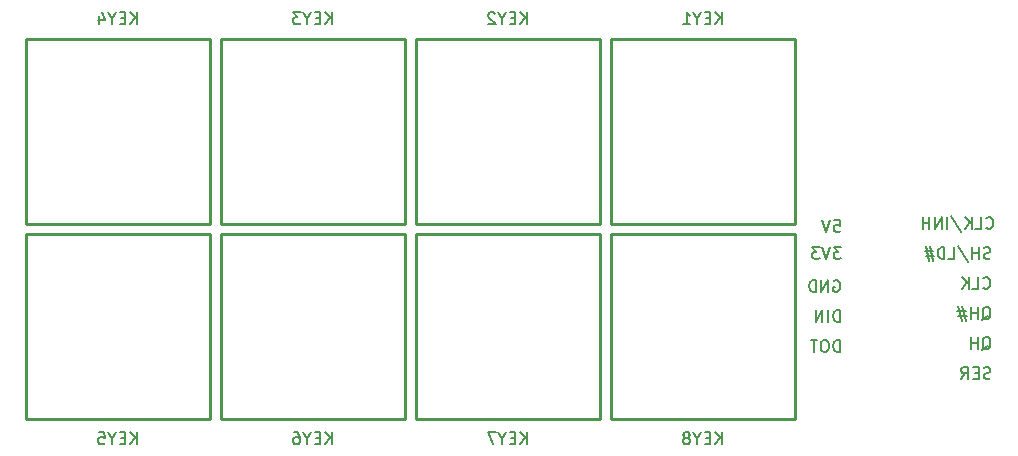
<source format=gbo>
%TF.GenerationSoftware,KiCad,Pcbnew,7.0.8*%
%TF.CreationDate,2023-10-22T18:36:15+02:00*%
%TF.ProjectId,Second test with RGB LEDs,5365636f-6e64-4207-9465-737420776974,rev?*%
%TF.SameCoordinates,Original*%
%TF.FileFunction,Legend,Bot*%
%TF.FilePolarity,Positive*%
%FSLAX46Y46*%
G04 Gerber Fmt 4.6, Leading zero omitted, Abs format (unit mm)*
G04 Created by KiCad (PCBNEW 7.0.8) date 2023-10-22 18:36:15*
%MOMM*%
%LPD*%
G01*
G04 APERTURE LIST*
%ADD10C,0.150000*%
%ADD11C,0.254000*%
%ADD12C,0.059995*%
%ADD13C,4.300000*%
%ADD14C,4.200000*%
%ADD15C,2.400000*%
%ADD16R,1.700000X1.700000*%
%ADD17O,1.700000X1.700000*%
G04 APERTURE END LIST*
D10*
X200164554Y-68037057D02*
X200259792Y-67989438D01*
X200259792Y-67989438D02*
X200355030Y-67894200D01*
X200355030Y-67894200D02*
X200497887Y-67751342D01*
X200497887Y-67751342D02*
X200593125Y-67703723D01*
X200593125Y-67703723D02*
X200688363Y-67703723D01*
X200640744Y-67941819D02*
X200735982Y-67894200D01*
X200735982Y-67894200D02*
X200831220Y-67798961D01*
X200831220Y-67798961D02*
X200878839Y-67608485D01*
X200878839Y-67608485D02*
X200878839Y-67275152D01*
X200878839Y-67275152D02*
X200831220Y-67084676D01*
X200831220Y-67084676D02*
X200735982Y-66989438D01*
X200735982Y-66989438D02*
X200640744Y-66941819D01*
X200640744Y-66941819D02*
X200450268Y-66941819D01*
X200450268Y-66941819D02*
X200355030Y-66989438D01*
X200355030Y-66989438D02*
X200259792Y-67084676D01*
X200259792Y-67084676D02*
X200212173Y-67275152D01*
X200212173Y-67275152D02*
X200212173Y-67608485D01*
X200212173Y-67608485D02*
X200259792Y-67798961D01*
X200259792Y-67798961D02*
X200355030Y-67894200D01*
X200355030Y-67894200D02*
X200450268Y-67941819D01*
X200450268Y-67941819D02*
X200640744Y-67941819D01*
X199783601Y-67941819D02*
X199783601Y-66941819D01*
X199783601Y-67418009D02*
X199212173Y-67418009D01*
X199212173Y-67941819D02*
X199212173Y-66941819D01*
X198783601Y-67275152D02*
X198069316Y-67275152D01*
X198497887Y-66846580D02*
X198783601Y-68132295D01*
X198164554Y-67703723D02*
X198878839Y-67703723D01*
X198450268Y-68132295D02*
X198164554Y-66846580D01*
X187607411Y-64703438D02*
X187702649Y-64655819D01*
X187702649Y-64655819D02*
X187845506Y-64655819D01*
X187845506Y-64655819D02*
X187988363Y-64703438D01*
X187988363Y-64703438D02*
X188083601Y-64798676D01*
X188083601Y-64798676D02*
X188131220Y-64893914D01*
X188131220Y-64893914D02*
X188178839Y-65084390D01*
X188178839Y-65084390D02*
X188178839Y-65227247D01*
X188178839Y-65227247D02*
X188131220Y-65417723D01*
X188131220Y-65417723D02*
X188083601Y-65512961D01*
X188083601Y-65512961D02*
X187988363Y-65608200D01*
X187988363Y-65608200D02*
X187845506Y-65655819D01*
X187845506Y-65655819D02*
X187750268Y-65655819D01*
X187750268Y-65655819D02*
X187607411Y-65608200D01*
X187607411Y-65608200D02*
X187559792Y-65560580D01*
X187559792Y-65560580D02*
X187559792Y-65227247D01*
X187559792Y-65227247D02*
X187750268Y-65227247D01*
X187131220Y-65655819D02*
X187131220Y-64655819D01*
X187131220Y-64655819D02*
X186559792Y-65655819D01*
X186559792Y-65655819D02*
X186559792Y-64655819D01*
X186083601Y-65655819D02*
X186083601Y-64655819D01*
X186083601Y-64655819D02*
X185845506Y-64655819D01*
X185845506Y-64655819D02*
X185702649Y-64703438D01*
X185702649Y-64703438D02*
X185607411Y-64798676D01*
X185607411Y-64798676D02*
X185559792Y-64893914D01*
X185559792Y-64893914D02*
X185512173Y-65084390D01*
X185512173Y-65084390D02*
X185512173Y-65227247D01*
X185512173Y-65227247D02*
X185559792Y-65417723D01*
X185559792Y-65417723D02*
X185607411Y-65512961D01*
X185607411Y-65512961D02*
X185702649Y-65608200D01*
X185702649Y-65608200D02*
X185845506Y-65655819D01*
X185845506Y-65655819D02*
X186083601Y-65655819D01*
X200878839Y-62814200D02*
X200735982Y-62861819D01*
X200735982Y-62861819D02*
X200497887Y-62861819D01*
X200497887Y-62861819D02*
X200402649Y-62814200D01*
X200402649Y-62814200D02*
X200355030Y-62766580D01*
X200355030Y-62766580D02*
X200307411Y-62671342D01*
X200307411Y-62671342D02*
X200307411Y-62576104D01*
X200307411Y-62576104D02*
X200355030Y-62480866D01*
X200355030Y-62480866D02*
X200402649Y-62433247D01*
X200402649Y-62433247D02*
X200497887Y-62385628D01*
X200497887Y-62385628D02*
X200688363Y-62338009D01*
X200688363Y-62338009D02*
X200783601Y-62290390D01*
X200783601Y-62290390D02*
X200831220Y-62242771D01*
X200831220Y-62242771D02*
X200878839Y-62147533D01*
X200878839Y-62147533D02*
X200878839Y-62052295D01*
X200878839Y-62052295D02*
X200831220Y-61957057D01*
X200831220Y-61957057D02*
X200783601Y-61909438D01*
X200783601Y-61909438D02*
X200688363Y-61861819D01*
X200688363Y-61861819D02*
X200450268Y-61861819D01*
X200450268Y-61861819D02*
X200307411Y-61909438D01*
X199878839Y-62861819D02*
X199878839Y-61861819D01*
X199878839Y-62338009D02*
X199307411Y-62338009D01*
X199307411Y-62861819D02*
X199307411Y-61861819D01*
X198116935Y-61814200D02*
X198974077Y-63099914D01*
X197307411Y-62861819D02*
X197783601Y-62861819D01*
X197783601Y-62861819D02*
X197783601Y-61861819D01*
X196974077Y-62861819D02*
X196974077Y-61861819D01*
X196974077Y-61861819D02*
X196735982Y-61861819D01*
X196735982Y-61861819D02*
X196593125Y-61909438D01*
X196593125Y-61909438D02*
X196497887Y-62004676D01*
X196497887Y-62004676D02*
X196450268Y-62099914D01*
X196450268Y-62099914D02*
X196402649Y-62290390D01*
X196402649Y-62290390D02*
X196402649Y-62433247D01*
X196402649Y-62433247D02*
X196450268Y-62623723D01*
X196450268Y-62623723D02*
X196497887Y-62718961D01*
X196497887Y-62718961D02*
X196593125Y-62814200D01*
X196593125Y-62814200D02*
X196735982Y-62861819D01*
X196735982Y-62861819D02*
X196974077Y-62861819D01*
X196021696Y-62195152D02*
X195307411Y-62195152D01*
X195735982Y-61766580D02*
X196021696Y-63052295D01*
X195402649Y-62623723D02*
X196116934Y-62623723D01*
X195688363Y-63052295D02*
X195402649Y-61766580D01*
X200878839Y-72974200D02*
X200735982Y-73021819D01*
X200735982Y-73021819D02*
X200497887Y-73021819D01*
X200497887Y-73021819D02*
X200402649Y-72974200D01*
X200402649Y-72974200D02*
X200355030Y-72926580D01*
X200355030Y-72926580D02*
X200307411Y-72831342D01*
X200307411Y-72831342D02*
X200307411Y-72736104D01*
X200307411Y-72736104D02*
X200355030Y-72640866D01*
X200355030Y-72640866D02*
X200402649Y-72593247D01*
X200402649Y-72593247D02*
X200497887Y-72545628D01*
X200497887Y-72545628D02*
X200688363Y-72498009D01*
X200688363Y-72498009D02*
X200783601Y-72450390D01*
X200783601Y-72450390D02*
X200831220Y-72402771D01*
X200831220Y-72402771D02*
X200878839Y-72307533D01*
X200878839Y-72307533D02*
X200878839Y-72212295D01*
X200878839Y-72212295D02*
X200831220Y-72117057D01*
X200831220Y-72117057D02*
X200783601Y-72069438D01*
X200783601Y-72069438D02*
X200688363Y-72021819D01*
X200688363Y-72021819D02*
X200450268Y-72021819D01*
X200450268Y-72021819D02*
X200307411Y-72069438D01*
X199878839Y-72498009D02*
X199545506Y-72498009D01*
X199402649Y-73021819D02*
X199878839Y-73021819D01*
X199878839Y-73021819D02*
X199878839Y-72021819D01*
X199878839Y-72021819D02*
X199402649Y-72021819D01*
X198402649Y-73021819D02*
X198735982Y-72545628D01*
X198974077Y-73021819D02*
X198974077Y-72021819D01*
X198974077Y-72021819D02*
X198593125Y-72021819D01*
X198593125Y-72021819D02*
X198497887Y-72069438D01*
X198497887Y-72069438D02*
X198450268Y-72117057D01*
X198450268Y-72117057D02*
X198402649Y-72212295D01*
X198402649Y-72212295D02*
X198402649Y-72355152D01*
X198402649Y-72355152D02*
X198450268Y-72450390D01*
X198450268Y-72450390D02*
X198497887Y-72498009D01*
X198497887Y-72498009D02*
X198593125Y-72545628D01*
X198593125Y-72545628D02*
X198974077Y-72545628D01*
X200513792Y-60226580D02*
X200561411Y-60274200D01*
X200561411Y-60274200D02*
X200704268Y-60321819D01*
X200704268Y-60321819D02*
X200799506Y-60321819D01*
X200799506Y-60321819D02*
X200942363Y-60274200D01*
X200942363Y-60274200D02*
X201037601Y-60178961D01*
X201037601Y-60178961D02*
X201085220Y-60083723D01*
X201085220Y-60083723D02*
X201132839Y-59893247D01*
X201132839Y-59893247D02*
X201132839Y-59750390D01*
X201132839Y-59750390D02*
X201085220Y-59559914D01*
X201085220Y-59559914D02*
X201037601Y-59464676D01*
X201037601Y-59464676D02*
X200942363Y-59369438D01*
X200942363Y-59369438D02*
X200799506Y-59321819D01*
X200799506Y-59321819D02*
X200704268Y-59321819D01*
X200704268Y-59321819D02*
X200561411Y-59369438D01*
X200561411Y-59369438D02*
X200513792Y-59417057D01*
X199609030Y-60321819D02*
X200085220Y-60321819D01*
X200085220Y-60321819D02*
X200085220Y-59321819D01*
X199275696Y-60321819D02*
X199275696Y-59321819D01*
X198704268Y-60321819D02*
X199132839Y-59750390D01*
X198704268Y-59321819D02*
X199275696Y-59893247D01*
X197561411Y-59274200D02*
X198418553Y-60559914D01*
X197228077Y-60321819D02*
X197228077Y-59321819D01*
X196751887Y-60321819D02*
X196751887Y-59321819D01*
X196751887Y-59321819D02*
X196180459Y-60321819D01*
X196180459Y-60321819D02*
X196180459Y-59321819D01*
X195704268Y-60321819D02*
X195704268Y-59321819D01*
X195704268Y-59798009D02*
X195132840Y-59798009D01*
X195132840Y-60321819D02*
X195132840Y-59321819D01*
X188131220Y-68195819D02*
X188131220Y-67195819D01*
X188131220Y-67195819D02*
X187893125Y-67195819D01*
X187893125Y-67195819D02*
X187750268Y-67243438D01*
X187750268Y-67243438D02*
X187655030Y-67338676D01*
X187655030Y-67338676D02*
X187607411Y-67433914D01*
X187607411Y-67433914D02*
X187559792Y-67624390D01*
X187559792Y-67624390D02*
X187559792Y-67767247D01*
X187559792Y-67767247D02*
X187607411Y-67957723D01*
X187607411Y-67957723D02*
X187655030Y-68052961D01*
X187655030Y-68052961D02*
X187750268Y-68148200D01*
X187750268Y-68148200D02*
X187893125Y-68195819D01*
X187893125Y-68195819D02*
X188131220Y-68195819D01*
X187131220Y-68195819D02*
X187131220Y-67195819D01*
X186655030Y-68195819D02*
X186655030Y-67195819D01*
X186655030Y-67195819D02*
X186083602Y-68195819D01*
X186083602Y-68195819D02*
X186083602Y-67195819D01*
X188131220Y-70735819D02*
X188131220Y-69735819D01*
X188131220Y-69735819D02*
X187893125Y-69735819D01*
X187893125Y-69735819D02*
X187750268Y-69783438D01*
X187750268Y-69783438D02*
X187655030Y-69878676D01*
X187655030Y-69878676D02*
X187607411Y-69973914D01*
X187607411Y-69973914D02*
X187559792Y-70164390D01*
X187559792Y-70164390D02*
X187559792Y-70307247D01*
X187559792Y-70307247D02*
X187607411Y-70497723D01*
X187607411Y-70497723D02*
X187655030Y-70592961D01*
X187655030Y-70592961D02*
X187750268Y-70688200D01*
X187750268Y-70688200D02*
X187893125Y-70735819D01*
X187893125Y-70735819D02*
X188131220Y-70735819D01*
X186940744Y-69735819D02*
X186750268Y-69735819D01*
X186750268Y-69735819D02*
X186655030Y-69783438D01*
X186655030Y-69783438D02*
X186559792Y-69878676D01*
X186559792Y-69878676D02*
X186512173Y-70069152D01*
X186512173Y-70069152D02*
X186512173Y-70402485D01*
X186512173Y-70402485D02*
X186559792Y-70592961D01*
X186559792Y-70592961D02*
X186655030Y-70688200D01*
X186655030Y-70688200D02*
X186750268Y-70735819D01*
X186750268Y-70735819D02*
X186940744Y-70735819D01*
X186940744Y-70735819D02*
X187035982Y-70688200D01*
X187035982Y-70688200D02*
X187131220Y-70592961D01*
X187131220Y-70592961D02*
X187178839Y-70402485D01*
X187178839Y-70402485D02*
X187178839Y-70069152D01*
X187178839Y-70069152D02*
X187131220Y-69878676D01*
X187131220Y-69878676D02*
X187035982Y-69783438D01*
X187035982Y-69783438D02*
X186940744Y-69735819D01*
X186226458Y-69735819D02*
X185655030Y-69735819D01*
X185940744Y-70735819D02*
X185940744Y-69735819D01*
X188226458Y-61861819D02*
X187607411Y-61861819D01*
X187607411Y-61861819D02*
X187940744Y-62242771D01*
X187940744Y-62242771D02*
X187797887Y-62242771D01*
X187797887Y-62242771D02*
X187702649Y-62290390D01*
X187702649Y-62290390D02*
X187655030Y-62338009D01*
X187655030Y-62338009D02*
X187607411Y-62433247D01*
X187607411Y-62433247D02*
X187607411Y-62671342D01*
X187607411Y-62671342D02*
X187655030Y-62766580D01*
X187655030Y-62766580D02*
X187702649Y-62814200D01*
X187702649Y-62814200D02*
X187797887Y-62861819D01*
X187797887Y-62861819D02*
X188083601Y-62861819D01*
X188083601Y-62861819D02*
X188178839Y-62814200D01*
X188178839Y-62814200D02*
X188226458Y-62766580D01*
X187321696Y-61861819D02*
X186988363Y-62861819D01*
X186988363Y-62861819D02*
X186655030Y-61861819D01*
X186416934Y-61861819D02*
X185797887Y-61861819D01*
X185797887Y-61861819D02*
X186131220Y-62242771D01*
X186131220Y-62242771D02*
X185988363Y-62242771D01*
X185988363Y-62242771D02*
X185893125Y-62290390D01*
X185893125Y-62290390D02*
X185845506Y-62338009D01*
X185845506Y-62338009D02*
X185797887Y-62433247D01*
X185797887Y-62433247D02*
X185797887Y-62671342D01*
X185797887Y-62671342D02*
X185845506Y-62766580D01*
X185845506Y-62766580D02*
X185893125Y-62814200D01*
X185893125Y-62814200D02*
X185988363Y-62861819D01*
X185988363Y-62861819D02*
X186274077Y-62861819D01*
X186274077Y-62861819D02*
X186369315Y-62814200D01*
X186369315Y-62814200D02*
X186416934Y-62766580D01*
X200164554Y-70577057D02*
X200259792Y-70529438D01*
X200259792Y-70529438D02*
X200355030Y-70434200D01*
X200355030Y-70434200D02*
X200497887Y-70291342D01*
X200497887Y-70291342D02*
X200593125Y-70243723D01*
X200593125Y-70243723D02*
X200688363Y-70243723D01*
X200640744Y-70481819D02*
X200735982Y-70434200D01*
X200735982Y-70434200D02*
X200831220Y-70338961D01*
X200831220Y-70338961D02*
X200878839Y-70148485D01*
X200878839Y-70148485D02*
X200878839Y-69815152D01*
X200878839Y-69815152D02*
X200831220Y-69624676D01*
X200831220Y-69624676D02*
X200735982Y-69529438D01*
X200735982Y-69529438D02*
X200640744Y-69481819D01*
X200640744Y-69481819D02*
X200450268Y-69481819D01*
X200450268Y-69481819D02*
X200355030Y-69529438D01*
X200355030Y-69529438D02*
X200259792Y-69624676D01*
X200259792Y-69624676D02*
X200212173Y-69815152D01*
X200212173Y-69815152D02*
X200212173Y-70148485D01*
X200212173Y-70148485D02*
X200259792Y-70338961D01*
X200259792Y-70338961D02*
X200355030Y-70434200D01*
X200355030Y-70434200D02*
X200450268Y-70481819D01*
X200450268Y-70481819D02*
X200640744Y-70481819D01*
X199783601Y-70481819D02*
X199783601Y-69481819D01*
X199783601Y-69958009D02*
X199212173Y-69958009D01*
X199212173Y-70481819D02*
X199212173Y-69481819D01*
X200259792Y-65306580D02*
X200307411Y-65354200D01*
X200307411Y-65354200D02*
X200450268Y-65401819D01*
X200450268Y-65401819D02*
X200545506Y-65401819D01*
X200545506Y-65401819D02*
X200688363Y-65354200D01*
X200688363Y-65354200D02*
X200783601Y-65258961D01*
X200783601Y-65258961D02*
X200831220Y-65163723D01*
X200831220Y-65163723D02*
X200878839Y-64973247D01*
X200878839Y-64973247D02*
X200878839Y-64830390D01*
X200878839Y-64830390D02*
X200831220Y-64639914D01*
X200831220Y-64639914D02*
X200783601Y-64544676D01*
X200783601Y-64544676D02*
X200688363Y-64449438D01*
X200688363Y-64449438D02*
X200545506Y-64401819D01*
X200545506Y-64401819D02*
X200450268Y-64401819D01*
X200450268Y-64401819D02*
X200307411Y-64449438D01*
X200307411Y-64449438D02*
X200259792Y-64497057D01*
X199355030Y-65401819D02*
X199831220Y-65401819D01*
X199831220Y-65401819D02*
X199831220Y-64401819D01*
X199021696Y-65401819D02*
X199021696Y-64401819D01*
X198450268Y-65401819D02*
X198878839Y-64830390D01*
X198450268Y-64401819D02*
X199021696Y-64973247D01*
X187655030Y-59575819D02*
X188131220Y-59575819D01*
X188131220Y-59575819D02*
X188178839Y-60052009D01*
X188178839Y-60052009D02*
X188131220Y-60004390D01*
X188131220Y-60004390D02*
X188035982Y-59956771D01*
X188035982Y-59956771D02*
X187797887Y-59956771D01*
X187797887Y-59956771D02*
X187702649Y-60004390D01*
X187702649Y-60004390D02*
X187655030Y-60052009D01*
X187655030Y-60052009D02*
X187607411Y-60147247D01*
X187607411Y-60147247D02*
X187607411Y-60385342D01*
X187607411Y-60385342D02*
X187655030Y-60480580D01*
X187655030Y-60480580D02*
X187702649Y-60528200D01*
X187702649Y-60528200D02*
X187797887Y-60575819D01*
X187797887Y-60575819D02*
X188035982Y-60575819D01*
X188035982Y-60575819D02*
X188131220Y-60528200D01*
X188131220Y-60528200D02*
X188178839Y-60480580D01*
X187321696Y-59575819D02*
X186988363Y-60575819D01*
X186988363Y-60575819D02*
X186655030Y-59575819D01*
X128619040Y-42999819D02*
X128619040Y-41999819D01*
X128047612Y-42999819D02*
X128476183Y-42428390D01*
X128047612Y-41999819D02*
X128619040Y-42571247D01*
X127619040Y-42476009D02*
X127285707Y-42476009D01*
X127142850Y-42999819D02*
X127619040Y-42999819D01*
X127619040Y-42999819D02*
X127619040Y-41999819D01*
X127619040Y-41999819D02*
X127142850Y-41999819D01*
X126523802Y-42523628D02*
X126523802Y-42999819D01*
X126857135Y-41999819D02*
X126523802Y-42523628D01*
X126523802Y-42523628D02*
X126190469Y-41999819D01*
X125428564Y-42333152D02*
X125428564Y-42999819D01*
X125666659Y-41952200D02*
X125904754Y-42666485D01*
X125904754Y-42666485D02*
X125285707Y-42666485D01*
X178149047Y-42999819D02*
X178149047Y-41999819D01*
X177577619Y-42999819D02*
X178006190Y-42428390D01*
X177577619Y-41999819D02*
X178149047Y-42571247D01*
X177149047Y-42476009D02*
X176815714Y-42476009D01*
X176672857Y-42999819D02*
X177149047Y-42999819D01*
X177149047Y-42999819D02*
X177149047Y-41999819D01*
X177149047Y-41999819D02*
X176672857Y-41999819D01*
X176053809Y-42523628D02*
X176053809Y-42999819D01*
X176387142Y-41999819D02*
X176053809Y-42523628D01*
X176053809Y-42523628D02*
X175720476Y-41999819D01*
X174863333Y-42999819D02*
X175434761Y-42999819D01*
X175149047Y-42999819D02*
X175149047Y-41999819D01*
X175149047Y-41999819D02*
X175244285Y-42142676D01*
X175244285Y-42142676D02*
X175339523Y-42237914D01*
X175339523Y-42237914D02*
X175434761Y-42285533D01*
X178149047Y-78559819D02*
X178149047Y-77559819D01*
X177577619Y-78559819D02*
X178006190Y-77988390D01*
X177577619Y-77559819D02*
X178149047Y-78131247D01*
X177149047Y-78036009D02*
X176815714Y-78036009D01*
X176672857Y-78559819D02*
X177149047Y-78559819D01*
X177149047Y-78559819D02*
X177149047Y-77559819D01*
X177149047Y-77559819D02*
X176672857Y-77559819D01*
X176053809Y-78083628D02*
X176053809Y-78559819D01*
X176387142Y-77559819D02*
X176053809Y-78083628D01*
X176053809Y-78083628D02*
X175720476Y-77559819D01*
X175244285Y-77988390D02*
X175339523Y-77940771D01*
X175339523Y-77940771D02*
X175387142Y-77893152D01*
X175387142Y-77893152D02*
X175434761Y-77797914D01*
X175434761Y-77797914D02*
X175434761Y-77750295D01*
X175434761Y-77750295D02*
X175387142Y-77655057D01*
X175387142Y-77655057D02*
X175339523Y-77607438D01*
X175339523Y-77607438D02*
X175244285Y-77559819D01*
X175244285Y-77559819D02*
X175053809Y-77559819D01*
X175053809Y-77559819D02*
X174958571Y-77607438D01*
X174958571Y-77607438D02*
X174910952Y-77655057D01*
X174910952Y-77655057D02*
X174863333Y-77750295D01*
X174863333Y-77750295D02*
X174863333Y-77797914D01*
X174863333Y-77797914D02*
X174910952Y-77893152D01*
X174910952Y-77893152D02*
X174958571Y-77940771D01*
X174958571Y-77940771D02*
X175053809Y-77988390D01*
X175053809Y-77988390D02*
X175244285Y-77988390D01*
X175244285Y-77988390D02*
X175339523Y-78036009D01*
X175339523Y-78036009D02*
X175387142Y-78083628D01*
X175387142Y-78083628D02*
X175434761Y-78178866D01*
X175434761Y-78178866D02*
X175434761Y-78369342D01*
X175434761Y-78369342D02*
X175387142Y-78464580D01*
X175387142Y-78464580D02*
X175339523Y-78512200D01*
X175339523Y-78512200D02*
X175244285Y-78559819D01*
X175244285Y-78559819D02*
X175053809Y-78559819D01*
X175053809Y-78559819D02*
X174958571Y-78512200D01*
X174958571Y-78512200D02*
X174910952Y-78464580D01*
X174910952Y-78464580D02*
X174863333Y-78369342D01*
X174863333Y-78369342D02*
X174863333Y-78178866D01*
X174863333Y-78178866D02*
X174910952Y-78083628D01*
X174910952Y-78083628D02*
X174958571Y-78036009D01*
X174958571Y-78036009D02*
X175053809Y-77988390D01*
X145129047Y-42999819D02*
X145129047Y-41999819D01*
X144557619Y-42999819D02*
X144986190Y-42428390D01*
X144557619Y-41999819D02*
X145129047Y-42571247D01*
X144129047Y-42476009D02*
X143795714Y-42476009D01*
X143652857Y-42999819D02*
X144129047Y-42999819D01*
X144129047Y-42999819D02*
X144129047Y-41999819D01*
X144129047Y-41999819D02*
X143652857Y-41999819D01*
X143033809Y-42523628D02*
X143033809Y-42999819D01*
X143367142Y-41999819D02*
X143033809Y-42523628D01*
X143033809Y-42523628D02*
X142700476Y-41999819D01*
X142462380Y-41999819D02*
X141843333Y-41999819D01*
X141843333Y-41999819D02*
X142176666Y-42380771D01*
X142176666Y-42380771D02*
X142033809Y-42380771D01*
X142033809Y-42380771D02*
X141938571Y-42428390D01*
X141938571Y-42428390D02*
X141890952Y-42476009D01*
X141890952Y-42476009D02*
X141843333Y-42571247D01*
X141843333Y-42571247D02*
X141843333Y-42809342D01*
X141843333Y-42809342D02*
X141890952Y-42904580D01*
X141890952Y-42904580D02*
X141938571Y-42952200D01*
X141938571Y-42952200D02*
X142033809Y-42999819D01*
X142033809Y-42999819D02*
X142319523Y-42999819D01*
X142319523Y-42999819D02*
X142414761Y-42952200D01*
X142414761Y-42952200D02*
X142462380Y-42904580D01*
X161639047Y-78559819D02*
X161639047Y-77559819D01*
X161067619Y-78559819D02*
X161496190Y-77988390D01*
X161067619Y-77559819D02*
X161639047Y-78131247D01*
X160639047Y-78036009D02*
X160305714Y-78036009D01*
X160162857Y-78559819D02*
X160639047Y-78559819D01*
X160639047Y-78559819D02*
X160639047Y-77559819D01*
X160639047Y-77559819D02*
X160162857Y-77559819D01*
X159543809Y-78083628D02*
X159543809Y-78559819D01*
X159877142Y-77559819D02*
X159543809Y-78083628D01*
X159543809Y-78083628D02*
X159210476Y-77559819D01*
X158972380Y-77559819D02*
X158305714Y-77559819D01*
X158305714Y-77559819D02*
X158734285Y-78559819D01*
X128619047Y-78559819D02*
X128619047Y-77559819D01*
X128047619Y-78559819D02*
X128476190Y-77988390D01*
X128047619Y-77559819D02*
X128619047Y-78131247D01*
X127619047Y-78036009D02*
X127285714Y-78036009D01*
X127142857Y-78559819D02*
X127619047Y-78559819D01*
X127619047Y-78559819D02*
X127619047Y-77559819D01*
X127619047Y-77559819D02*
X127142857Y-77559819D01*
X126523809Y-78083628D02*
X126523809Y-78559819D01*
X126857142Y-77559819D02*
X126523809Y-78083628D01*
X126523809Y-78083628D02*
X126190476Y-77559819D01*
X125380952Y-77559819D02*
X125857142Y-77559819D01*
X125857142Y-77559819D02*
X125904761Y-78036009D01*
X125904761Y-78036009D02*
X125857142Y-77988390D01*
X125857142Y-77988390D02*
X125761904Y-77940771D01*
X125761904Y-77940771D02*
X125523809Y-77940771D01*
X125523809Y-77940771D02*
X125428571Y-77988390D01*
X125428571Y-77988390D02*
X125380952Y-78036009D01*
X125380952Y-78036009D02*
X125333333Y-78131247D01*
X125333333Y-78131247D02*
X125333333Y-78369342D01*
X125333333Y-78369342D02*
X125380952Y-78464580D01*
X125380952Y-78464580D02*
X125428571Y-78512200D01*
X125428571Y-78512200D02*
X125523809Y-78559819D01*
X125523809Y-78559819D02*
X125761904Y-78559819D01*
X125761904Y-78559819D02*
X125857142Y-78512200D01*
X125857142Y-78512200D02*
X125904761Y-78464580D01*
X161639048Y-42999819D02*
X161639048Y-41999819D01*
X161067620Y-42999819D02*
X161496191Y-42428390D01*
X161067620Y-41999819D02*
X161639048Y-42571247D01*
X160639048Y-42476009D02*
X160305715Y-42476009D01*
X160162858Y-42999819D02*
X160639048Y-42999819D01*
X160639048Y-42999819D02*
X160639048Y-41999819D01*
X160639048Y-41999819D02*
X160162858Y-41999819D01*
X159543810Y-42523628D02*
X159543810Y-42999819D01*
X159877143Y-41999819D02*
X159543810Y-42523628D01*
X159543810Y-42523628D02*
X159210477Y-41999819D01*
X158924762Y-42095057D02*
X158877143Y-42047438D01*
X158877143Y-42047438D02*
X158781905Y-41999819D01*
X158781905Y-41999819D02*
X158543810Y-41999819D01*
X158543810Y-41999819D02*
X158448572Y-42047438D01*
X158448572Y-42047438D02*
X158400953Y-42095057D01*
X158400953Y-42095057D02*
X158353334Y-42190295D01*
X158353334Y-42190295D02*
X158353334Y-42285533D01*
X158353334Y-42285533D02*
X158400953Y-42428390D01*
X158400953Y-42428390D02*
X158972381Y-42999819D01*
X158972381Y-42999819D02*
X158353334Y-42999819D01*
X145129040Y-78559819D02*
X145129040Y-77559819D01*
X144557612Y-78559819D02*
X144986183Y-77988390D01*
X144557612Y-77559819D02*
X145129040Y-78131247D01*
X144129040Y-78036009D02*
X143795707Y-78036009D01*
X143652850Y-78559819D02*
X144129040Y-78559819D01*
X144129040Y-78559819D02*
X144129040Y-77559819D01*
X144129040Y-77559819D02*
X143652850Y-77559819D01*
X143033802Y-78083628D02*
X143033802Y-78559819D01*
X143367135Y-77559819D02*
X143033802Y-78083628D01*
X143033802Y-78083628D02*
X142700469Y-77559819D01*
X141938564Y-77559819D02*
X142129040Y-77559819D01*
X142129040Y-77559819D02*
X142224278Y-77607438D01*
X142224278Y-77607438D02*
X142271897Y-77655057D01*
X142271897Y-77655057D02*
X142367135Y-77797914D01*
X142367135Y-77797914D02*
X142414754Y-77988390D01*
X142414754Y-77988390D02*
X142414754Y-78369342D01*
X142414754Y-78369342D02*
X142367135Y-78464580D01*
X142367135Y-78464580D02*
X142319516Y-78512200D01*
X142319516Y-78512200D02*
X142224278Y-78559819D01*
X142224278Y-78559819D02*
X142033802Y-78559819D01*
X142033802Y-78559819D02*
X141938564Y-78512200D01*
X141938564Y-78512200D02*
X141890945Y-78464580D01*
X141890945Y-78464580D02*
X141843326Y-78369342D01*
X141843326Y-78369342D02*
X141843326Y-78131247D01*
X141843326Y-78131247D02*
X141890945Y-78036009D01*
X141890945Y-78036009D02*
X141938564Y-77988390D01*
X141938564Y-77988390D02*
X142033802Y-77940771D01*
X142033802Y-77940771D02*
X142224278Y-77940771D01*
X142224278Y-77940771D02*
X142319516Y-77988390D01*
X142319516Y-77988390D02*
X142367135Y-78036009D01*
X142367135Y-78036009D02*
X142414754Y-78131247D01*
D11*
%TO.C,KEY4*%
X134800018Y-44269979D02*
X134800018Y-59870030D01*
X134800018Y-44269979D02*
X119199967Y-44269979D01*
X134800018Y-59870030D02*
X119199967Y-59870030D01*
X119199967Y-44269979D02*
X119199967Y-59870030D01*
D12*
X134030015Y-59870081D02*
G75*
G03*
X134030015Y-59870081I-29997J0D01*
G01*
D11*
%TO.C,KEY1*%
X184330025Y-44269974D02*
X184330025Y-59870025D01*
X184330025Y-44269974D02*
X168729974Y-44269974D01*
X184330025Y-59870025D02*
X168729974Y-59870025D01*
X168729974Y-44269974D02*
X168729974Y-59870025D01*
D12*
X183560022Y-59870076D02*
G75*
G03*
X183560022Y-59870076I-29997J0D01*
G01*
D11*
%TO.C,KEY8*%
X184330018Y-60779979D02*
X184330018Y-76380030D01*
X184330018Y-60779979D02*
X168729967Y-60779979D01*
X184330018Y-76380030D02*
X168729967Y-76380030D01*
X168729967Y-60779979D02*
X168729967Y-76380030D01*
D12*
X183560015Y-76380081D02*
G75*
G03*
X183560015Y-76380081I-29997J0D01*
G01*
D11*
%TO.C,KEY3*%
X151310025Y-44269974D02*
X151310025Y-59870025D01*
X151310025Y-44269974D02*
X135709974Y-44269974D01*
X151310025Y-59870025D02*
X135709974Y-59870025D01*
X135709974Y-44269974D02*
X135709974Y-59870025D01*
D12*
X150540022Y-59870076D02*
G75*
G03*
X150540022Y-59870076I-29997J0D01*
G01*
D11*
%TO.C,KEY7*%
X167820018Y-60779979D02*
X167820018Y-76380030D01*
X167820018Y-60779979D02*
X152219967Y-60779979D01*
X167820018Y-76380030D02*
X152219967Y-76380030D01*
X152219967Y-60779979D02*
X152219967Y-76380030D01*
D12*
X167050015Y-76380081D02*
G75*
G03*
X167050015Y-76380081I-29997J0D01*
G01*
D11*
%TO.C,KEY5*%
X134800018Y-60779979D02*
X134800018Y-76380030D01*
X134800018Y-60779979D02*
X119199967Y-60779979D01*
X134800018Y-76380030D02*
X119199967Y-76380030D01*
X119199967Y-60779979D02*
X119199967Y-76380030D01*
D12*
X134030015Y-76380081D02*
G75*
G03*
X134030015Y-76380081I-29997J0D01*
G01*
D11*
%TO.C,KEY2*%
X167820026Y-44269975D02*
X167820026Y-59870026D01*
X167820026Y-44269975D02*
X152219975Y-44269975D01*
X167820026Y-59870026D02*
X152219975Y-59870026D01*
X152219975Y-44269975D02*
X152219975Y-59870026D01*
D12*
X167050023Y-59870077D02*
G75*
G03*
X167050023Y-59870077I-29997J0D01*
G01*
D11*
%TO.C,KEY6*%
X151310018Y-60779979D02*
X151310018Y-76380030D01*
X151310018Y-60779979D02*
X135709967Y-60779979D01*
X151310018Y-76380030D02*
X135709967Y-76380030D01*
X135709967Y-60779979D02*
X135709967Y-76380030D01*
D12*
X150540015Y-76380081D02*
G75*
G03*
X150540015Y-76380081I-29997J0D01*
G01*
%TD*%
%LPC*%
D13*
%TO.C,REF\u002A\u002A*%
X201930000Y-44196000D03*
%TD*%
%TO.C,REF\u002A\u002A*%
X201930000Y-75692000D03*
%TD*%
%TO.C,REF\u002A\u002A*%
X114046000Y-44196000D03*
%TD*%
%TO.C,REF\u002A\u002A*%
X114046000Y-75692000D03*
%TD*%
D14*
%TO.C,KEY4*%
X126999993Y-52070005D03*
D15*
X130810000Y-49530000D03*
X124459988Y-46989994D03*
%TD*%
D14*
%TO.C,KEY1*%
X176530000Y-52070000D03*
D15*
X180340007Y-49529995D03*
X173989995Y-46989989D03*
%TD*%
D14*
%TO.C,KEY8*%
X176529993Y-68580005D03*
D15*
X180340000Y-66040000D03*
X173989988Y-63499994D03*
%TD*%
D14*
%TO.C,KEY3*%
X143510000Y-52070000D03*
D15*
X147320007Y-49529995D03*
X140969995Y-46989989D03*
%TD*%
D14*
%TO.C,KEY7*%
X160019993Y-68580005D03*
D15*
X163830000Y-66040000D03*
X157479988Y-63499994D03*
%TD*%
D14*
%TO.C,KEY5*%
X126999993Y-68580005D03*
D15*
X130810000Y-66040000D03*
X124459988Y-63499994D03*
%TD*%
D14*
%TO.C,KEY2*%
X160020001Y-52070001D03*
D15*
X163830008Y-49529996D03*
X157479996Y-46989990D03*
%TD*%
D14*
%TO.C,KEY6*%
X143509993Y-68580005D03*
D15*
X147320000Y-66040000D03*
X140969988Y-63499994D03*
%TD*%
D16*
%TO.C,J1*%
X190241000Y-59944000D03*
D17*
X192781000Y-59944000D03*
X190241000Y-62484000D03*
X192781000Y-62484000D03*
X190241000Y-65024000D03*
X192781000Y-65024000D03*
X190241000Y-67564000D03*
X192781000Y-67564000D03*
X190241000Y-70104000D03*
X192781000Y-70104000D03*
X190241000Y-72644000D03*
X192781000Y-72644000D03*
X190241000Y-75184000D03*
X192781000Y-75184000D03*
%TD*%
%LPD*%
M02*

</source>
